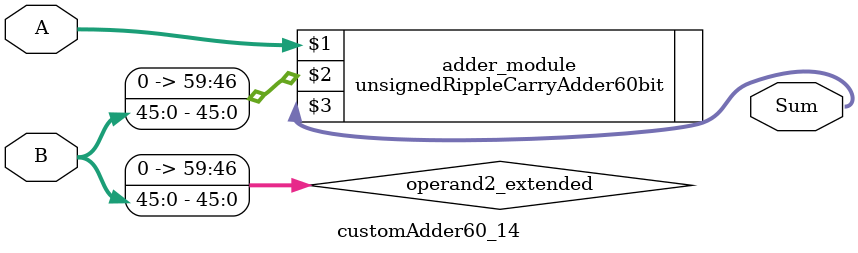
<source format=v>
module customAdder60_14(
                        input [59 : 0] A,
                        input [45 : 0] B,
                        
                        output [60 : 0] Sum
                );

        wire [59 : 0] operand2_extended;
        
        assign operand2_extended =  {14'b0, B};
        
        unsignedRippleCarryAdder60bit adder_module(
            A,
            operand2_extended,
            Sum
        );
        
        endmodule
        
</source>
